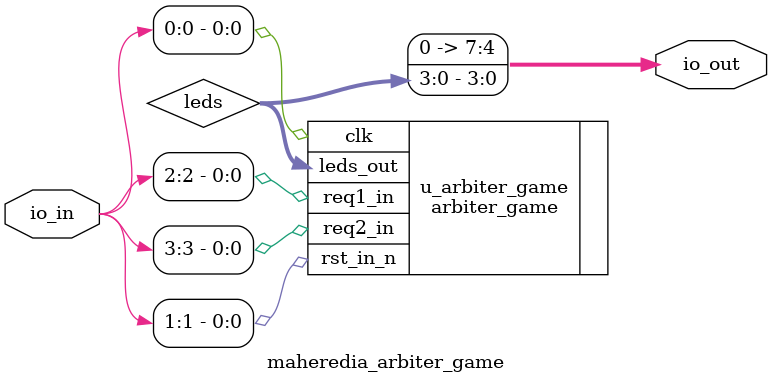
<source format=v>
`ifdef SIMULATION
`include "arbiter_game.v"
`endif

module maheredia_arbiter_game 
(
  input [7:0] io_in,
  output [7:0] io_out
);

//Local parameters:
localparam CLOCK_FREQ      = 1000;
localparam PRESCALER_COUNT = CLOCK_FREQ/4;

//Internal signals:
wire [3:0] leds;

arbiter_game
#(
    .CLOCK_FREQ      ( CLOCK_FREQ      ),
    .PRESCALER_COUNT ( PRESCALER_COUNT )
)
u_arbiter_game
(
    .clk       ( io_in[0] ),
    .rst_in_n  ( io_in[1] ),
    .req1_in   ( io_in[2] ),
    .req2_in   ( io_in[3] ),
    .leds_out  ( leds     )
);

//Outputs:
assign io_out = {4'b0000, leds};

endmodule

</source>
